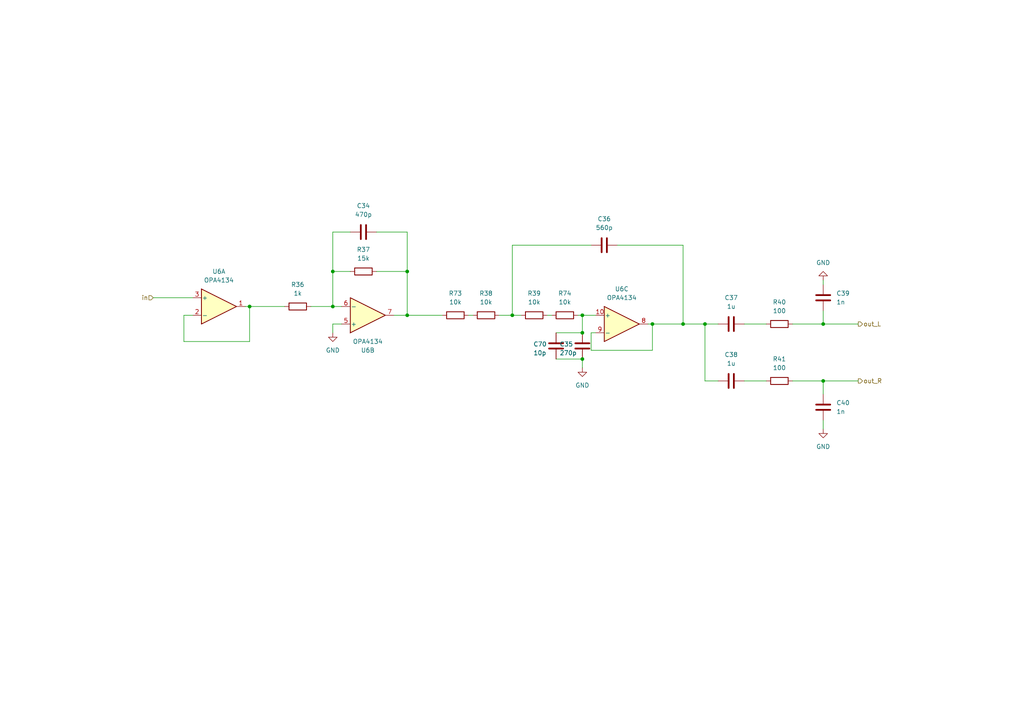
<source format=kicad_sch>
(kicad_sch
	(version 20250114)
	(generator "eeschema")
	(generator_version "9.0")
	(uuid "ed1bef23-753d-4300-ae5a-875ac3700e0e")
	(paper "A4")
	(lib_symbols
		(symbol "Amplifier_Operational:OPA4134"
			(pin_names
				(offset 0.127)
			)
			(exclude_from_sim no)
			(in_bom yes)
			(on_board yes)
			(property "Reference" "U"
				(at 0 5.08 0)
				(effects
					(font
						(size 1.27 1.27)
					)
					(justify left)
				)
			)
			(property "Value" "OPA4134"
				(at 0 -5.08 0)
				(effects
					(font
						(size 1.27 1.27)
					)
					(justify left)
				)
			)
			(property "Footprint" ""
				(at -1.27 2.54 0)
				(effects
					(font
						(size 1.27 1.27)
					)
					(hide yes)
				)
			)
			(property "Datasheet" "http://www.ti.com/lit/ds/symlink/opa134.pdf"
				(at 1.27 5.08 0)
				(effects
					(font
						(size 1.27 1.27)
					)
					(hide yes)
				)
			)
			(property "Description" "Quad SoundPlus High Performance Audio Operational Amplifiers, SOIC-14"
				(at 0 0 0)
				(effects
					(font
						(size 1.27 1.27)
					)
					(hide yes)
				)
			)
			(property "ki_locked" ""
				(at 0 0 0)
				(effects
					(font
						(size 1.27 1.27)
					)
				)
			)
			(property "ki_keywords" "quad opamp"
				(at 0 0 0)
				(effects
					(font
						(size 1.27 1.27)
					)
					(hide yes)
				)
			)
			(property "ki_fp_filters" "SOIC*3.9x8.7mm*P1.27mm* DIP*W7.62mm* TSSOP*4.4x5mm*P0.65mm* SSOP*5.3x6.2mm*P0.65mm* MSOP*3x3mm*P0.5mm*"
				(at 0 0 0)
				(effects
					(font
						(size 1.27 1.27)
					)
					(hide yes)
				)
			)
			(symbol "OPA4134_1_1"
				(polyline
					(pts
						(xy -5.08 5.08) (xy 5.08 0) (xy -5.08 -5.08) (xy -5.08 5.08)
					)
					(stroke
						(width 0.254)
						(type default)
					)
					(fill
						(type background)
					)
				)
				(pin input line
					(at -7.62 2.54 0)
					(length 2.54)
					(name "+"
						(effects
							(font
								(size 1.27 1.27)
							)
						)
					)
					(number "3"
						(effects
							(font
								(size 1.27 1.27)
							)
						)
					)
				)
				(pin input line
					(at -7.62 -2.54 0)
					(length 2.54)
					(name "-"
						(effects
							(font
								(size 1.27 1.27)
							)
						)
					)
					(number "2"
						(effects
							(font
								(size 1.27 1.27)
							)
						)
					)
				)
				(pin output line
					(at 7.62 0 180)
					(length 2.54)
					(name "~"
						(effects
							(font
								(size 1.27 1.27)
							)
						)
					)
					(number "1"
						(effects
							(font
								(size 1.27 1.27)
							)
						)
					)
				)
			)
			(symbol "OPA4134_2_1"
				(polyline
					(pts
						(xy -5.08 5.08) (xy 5.08 0) (xy -5.08 -5.08) (xy -5.08 5.08)
					)
					(stroke
						(width 0.254)
						(type default)
					)
					(fill
						(type background)
					)
				)
				(pin input line
					(at -7.62 2.54 0)
					(length 2.54)
					(name "+"
						(effects
							(font
								(size 1.27 1.27)
							)
						)
					)
					(number "5"
						(effects
							(font
								(size 1.27 1.27)
							)
						)
					)
				)
				(pin input line
					(at -7.62 -2.54 0)
					(length 2.54)
					(name "-"
						(effects
							(font
								(size 1.27 1.27)
							)
						)
					)
					(number "6"
						(effects
							(font
								(size 1.27 1.27)
							)
						)
					)
				)
				(pin output line
					(at 7.62 0 180)
					(length 2.54)
					(name "~"
						(effects
							(font
								(size 1.27 1.27)
							)
						)
					)
					(number "7"
						(effects
							(font
								(size 1.27 1.27)
							)
						)
					)
				)
			)
			(symbol "OPA4134_3_1"
				(polyline
					(pts
						(xy -5.08 5.08) (xy 5.08 0) (xy -5.08 -5.08) (xy -5.08 5.08)
					)
					(stroke
						(width 0.254)
						(type default)
					)
					(fill
						(type background)
					)
				)
				(pin input line
					(at -7.62 2.54 0)
					(length 2.54)
					(name "+"
						(effects
							(font
								(size 1.27 1.27)
							)
						)
					)
					(number "10"
						(effects
							(font
								(size 1.27 1.27)
							)
						)
					)
				)
				(pin input line
					(at -7.62 -2.54 0)
					(length 2.54)
					(name "-"
						(effects
							(font
								(size 1.27 1.27)
							)
						)
					)
					(number "9"
						(effects
							(font
								(size 1.27 1.27)
							)
						)
					)
				)
				(pin output line
					(at 7.62 0 180)
					(length 2.54)
					(name "~"
						(effects
							(font
								(size 1.27 1.27)
							)
						)
					)
					(number "8"
						(effects
							(font
								(size 1.27 1.27)
							)
						)
					)
				)
			)
			(symbol "OPA4134_4_1"
				(polyline
					(pts
						(xy -5.08 5.08) (xy 5.08 0) (xy -5.08 -5.08) (xy -5.08 5.08)
					)
					(stroke
						(width 0.254)
						(type default)
					)
					(fill
						(type background)
					)
				)
				(pin input line
					(at -7.62 2.54 0)
					(length 2.54)
					(name "+"
						(effects
							(font
								(size 1.27 1.27)
							)
						)
					)
					(number "12"
						(effects
							(font
								(size 1.27 1.27)
							)
						)
					)
				)
				(pin input line
					(at -7.62 -2.54 0)
					(length 2.54)
					(name "-"
						(effects
							(font
								(size 1.27 1.27)
							)
						)
					)
					(number "13"
						(effects
							(font
								(size 1.27 1.27)
							)
						)
					)
				)
				(pin output line
					(at 7.62 0 180)
					(length 2.54)
					(name "~"
						(effects
							(font
								(size 1.27 1.27)
							)
						)
					)
					(number "14"
						(effects
							(font
								(size 1.27 1.27)
							)
						)
					)
				)
			)
			(symbol "OPA4134_5_1"
				(pin power_in line
					(at -2.54 7.62 270)
					(length 3.81)
					(name "V+"
						(effects
							(font
								(size 1.27 1.27)
							)
						)
					)
					(number "4"
						(effects
							(font
								(size 1.27 1.27)
							)
						)
					)
				)
				(pin power_in line
					(at -2.54 -7.62 90)
					(length 3.81)
					(name "V-"
						(effects
							(font
								(size 1.27 1.27)
							)
						)
					)
					(number "11"
						(effects
							(font
								(size 1.27 1.27)
							)
						)
					)
				)
			)
			(embedded_fonts no)
		)
		(symbol "Device:C"
			(pin_numbers
				(hide yes)
			)
			(pin_names
				(offset 0.254)
			)
			(exclude_from_sim no)
			(in_bom yes)
			(on_board yes)
			(property "Reference" "C"
				(at 0.635 2.54 0)
				(effects
					(font
						(size 1.27 1.27)
					)
					(justify left)
				)
			)
			(property "Value" "C"
				(at 0.635 -2.54 0)
				(effects
					(font
						(size 1.27 1.27)
					)
					(justify left)
				)
			)
			(property "Footprint" ""
				(at 0.9652 -3.81 0)
				(effects
					(font
						(size 1.27 1.27)
					)
					(hide yes)
				)
			)
			(property "Datasheet" "~"
				(at 0 0 0)
				(effects
					(font
						(size 1.27 1.27)
					)
					(hide yes)
				)
			)
			(property "Description" "Unpolarized capacitor"
				(at 0 0 0)
				(effects
					(font
						(size 1.27 1.27)
					)
					(hide yes)
				)
			)
			(property "ki_keywords" "cap capacitor"
				(at 0 0 0)
				(effects
					(font
						(size 1.27 1.27)
					)
					(hide yes)
				)
			)
			(property "ki_fp_filters" "C_*"
				(at 0 0 0)
				(effects
					(font
						(size 1.27 1.27)
					)
					(hide yes)
				)
			)
			(symbol "C_0_1"
				(polyline
					(pts
						(xy -2.032 0.762) (xy 2.032 0.762)
					)
					(stroke
						(width 0.508)
						(type default)
					)
					(fill
						(type none)
					)
				)
				(polyline
					(pts
						(xy -2.032 -0.762) (xy 2.032 -0.762)
					)
					(stroke
						(width 0.508)
						(type default)
					)
					(fill
						(type none)
					)
				)
			)
			(symbol "C_1_1"
				(pin passive line
					(at 0 3.81 270)
					(length 2.794)
					(name "~"
						(effects
							(font
								(size 1.27 1.27)
							)
						)
					)
					(number "1"
						(effects
							(font
								(size 1.27 1.27)
							)
						)
					)
				)
				(pin passive line
					(at 0 -3.81 90)
					(length 2.794)
					(name "~"
						(effects
							(font
								(size 1.27 1.27)
							)
						)
					)
					(number "2"
						(effects
							(font
								(size 1.27 1.27)
							)
						)
					)
				)
			)
			(embedded_fonts no)
		)
		(symbol "Device:R"
			(pin_numbers
				(hide yes)
			)
			(pin_names
				(offset 0)
			)
			(exclude_from_sim no)
			(in_bom yes)
			(on_board yes)
			(property "Reference" "R"
				(at 2.032 0 90)
				(effects
					(font
						(size 1.27 1.27)
					)
				)
			)
			(property "Value" "R"
				(at 0 0 90)
				(effects
					(font
						(size 1.27 1.27)
					)
				)
			)
			(property "Footprint" ""
				(at -1.778 0 90)
				(effects
					(font
						(size 1.27 1.27)
					)
					(hide yes)
				)
			)
			(property "Datasheet" "~"
				(at 0 0 0)
				(effects
					(font
						(size 1.27 1.27)
					)
					(hide yes)
				)
			)
			(property "Description" "Resistor"
				(at 0 0 0)
				(effects
					(font
						(size 1.27 1.27)
					)
					(hide yes)
				)
			)
			(property "ki_keywords" "R res resistor"
				(at 0 0 0)
				(effects
					(font
						(size 1.27 1.27)
					)
					(hide yes)
				)
			)
			(property "ki_fp_filters" "R_*"
				(at 0 0 0)
				(effects
					(font
						(size 1.27 1.27)
					)
					(hide yes)
				)
			)
			(symbol "R_0_1"
				(rectangle
					(start -1.016 -2.54)
					(end 1.016 2.54)
					(stroke
						(width 0.254)
						(type default)
					)
					(fill
						(type none)
					)
				)
			)
			(symbol "R_1_1"
				(pin passive line
					(at 0 3.81 270)
					(length 1.27)
					(name "~"
						(effects
							(font
								(size 1.27 1.27)
							)
						)
					)
					(number "1"
						(effects
							(font
								(size 1.27 1.27)
							)
						)
					)
				)
				(pin passive line
					(at 0 -3.81 90)
					(length 1.27)
					(name "~"
						(effects
							(font
								(size 1.27 1.27)
							)
						)
					)
					(number "2"
						(effects
							(font
								(size 1.27 1.27)
							)
						)
					)
				)
			)
			(embedded_fonts no)
		)
		(symbol "power:GND"
			(power)
			(pin_numbers
				(hide yes)
			)
			(pin_names
				(offset 0)
				(hide yes)
			)
			(exclude_from_sim no)
			(in_bom yes)
			(on_board yes)
			(property "Reference" "#PWR"
				(at 0 -6.35 0)
				(effects
					(font
						(size 1.27 1.27)
					)
					(hide yes)
				)
			)
			(property "Value" "GND"
				(at 0 -3.81 0)
				(effects
					(font
						(size 1.27 1.27)
					)
				)
			)
			(property "Footprint" ""
				(at 0 0 0)
				(effects
					(font
						(size 1.27 1.27)
					)
					(hide yes)
				)
			)
			(property "Datasheet" ""
				(at 0 0 0)
				(effects
					(font
						(size 1.27 1.27)
					)
					(hide yes)
				)
			)
			(property "Description" "Power symbol creates a global label with name \"GND\" , ground"
				(at 0 0 0)
				(effects
					(font
						(size 1.27 1.27)
					)
					(hide yes)
				)
			)
			(property "ki_keywords" "global power"
				(at 0 0 0)
				(effects
					(font
						(size 1.27 1.27)
					)
					(hide yes)
				)
			)
			(symbol "GND_0_1"
				(polyline
					(pts
						(xy 0 0) (xy 0 -1.27) (xy 1.27 -1.27) (xy 0 -2.54) (xy -1.27 -1.27) (xy 0 -1.27)
					)
					(stroke
						(width 0)
						(type default)
					)
					(fill
						(type none)
					)
				)
			)
			(symbol "GND_1_1"
				(pin power_in line
					(at 0 0 270)
					(length 0)
					(name "~"
						(effects
							(font
								(size 1.27 1.27)
							)
						)
					)
					(number "1"
						(effects
							(font
								(size 1.27 1.27)
							)
						)
					)
				)
			)
			(embedded_fonts no)
		)
	)
	(junction
		(at 118.11 78.74)
		(diameter 0)
		(color 0 0 0 0)
		(uuid "0bfd6503-5f61-484f-a179-7d5d7fbffd79")
	)
	(junction
		(at 204.47 93.98)
		(diameter 0)
		(color 0 0 0 0)
		(uuid "0dcb37e4-5473-483f-9adb-49476f691b4a")
	)
	(junction
		(at 168.91 91.44)
		(diameter 0)
		(color 0 0 0 0)
		(uuid "248bc488-f4d8-4bd2-85e0-08c2c70e3628")
	)
	(junction
		(at 198.12 93.98)
		(diameter 0)
		(color 0 0 0 0)
		(uuid "37304864-1f56-40f5-b60d-c5e8ec3a8492")
	)
	(junction
		(at 189.23 93.98)
		(diameter 0)
		(color 0 0 0 0)
		(uuid "5a0646ed-e959-4017-9d5d-f377e557c261")
	)
	(junction
		(at 238.76 110.49)
		(diameter 0)
		(color 0 0 0 0)
		(uuid "5d533634-e1ab-437e-8631-be06a7cc9bc6")
	)
	(junction
		(at 96.52 88.9)
		(diameter 0)
		(color 0 0 0 0)
		(uuid "93d895f4-2667-4bd8-a49f-665c4b3dde14")
	)
	(junction
		(at 168.91 104.14)
		(diameter 0)
		(color 0 0 0 0)
		(uuid "9ac3cb90-acb1-4ddb-b434-36af052d559b")
	)
	(junction
		(at 168.91 96.52)
		(diameter 0)
		(color 0 0 0 0)
		(uuid "b41ff5d2-30e5-4969-9b62-b0e8fa200713")
	)
	(junction
		(at 148.59 91.44)
		(diameter 0)
		(color 0 0 0 0)
		(uuid "b6e36d6e-2e37-4690-8f33-1981cef78838")
	)
	(junction
		(at 118.11 91.44)
		(diameter 0)
		(color 0 0 0 0)
		(uuid "ddfdaa6c-9f20-4b65-96de-36a0eb9a627b")
	)
	(junction
		(at 238.76 93.98)
		(diameter 0)
		(color 0 0 0 0)
		(uuid "dea71f80-b377-49f7-aece-be7accf59818")
	)
	(junction
		(at 72.39 88.9)
		(diameter 0)
		(color 0 0 0 0)
		(uuid "e69176e9-fd46-49eb-9e09-91b6e5b06b1c")
	)
	(junction
		(at 96.52 78.74)
		(diameter 0)
		(color 0 0 0 0)
		(uuid "f538f19c-26eb-486c-a40b-2c4c90739ceb")
	)
	(wire
		(pts
			(xy 168.91 104.14) (xy 168.91 106.68)
		)
		(stroke
			(width 0)
			(type default)
		)
		(uuid "0586f8bc-c43a-43a2-80b7-9d6c8363e3f8")
	)
	(wire
		(pts
			(xy 238.76 110.49) (xy 238.76 114.3)
		)
		(stroke
			(width 0)
			(type default)
		)
		(uuid "0dd44d6e-dcb7-46fd-bf83-f17750991110")
	)
	(wire
		(pts
			(xy 229.87 93.98) (xy 238.76 93.98)
		)
		(stroke
			(width 0)
			(type default)
		)
		(uuid "122104a4-ef67-4866-8c4b-9a6da04d9f27")
	)
	(wire
		(pts
			(xy 161.29 104.14) (xy 168.91 104.14)
		)
		(stroke
			(width 0)
			(type default)
		)
		(uuid "134cbedd-b6ba-44b6-a103-283cbad6a818")
	)
	(wire
		(pts
			(xy 53.34 99.06) (xy 72.39 99.06)
		)
		(stroke
			(width 0)
			(type default)
		)
		(uuid "20d1fcb7-3132-48ad-8401-ce1666803fef")
	)
	(wire
		(pts
			(xy 179.07 71.12) (xy 198.12 71.12)
		)
		(stroke
			(width 0)
			(type default)
		)
		(uuid "269e7b0f-22bb-4f11-be93-75f014a0e4fd")
	)
	(wire
		(pts
			(xy 238.76 121.92) (xy 238.76 124.46)
		)
		(stroke
			(width 0)
			(type default)
		)
		(uuid "2d5f9379-7f47-4fa5-b395-74d0ac1f995e")
	)
	(wire
		(pts
			(xy 238.76 90.17) (xy 238.76 93.98)
		)
		(stroke
			(width 0)
			(type default)
		)
		(uuid "329e18d4-1d80-4047-8d44-279350a08f2d")
	)
	(wire
		(pts
			(xy 189.23 93.98) (xy 187.96 93.98)
		)
		(stroke
			(width 0)
			(type default)
		)
		(uuid "38016f02-f7d0-4a57-9ff3-ab585e8851ae")
	)
	(wire
		(pts
			(xy 96.52 93.98) (xy 99.06 93.98)
		)
		(stroke
			(width 0)
			(type default)
		)
		(uuid "3a4d4cb3-a1c6-4bc9-ad12-c76778271e0f")
	)
	(wire
		(pts
			(xy 238.76 93.98) (xy 248.92 93.98)
		)
		(stroke
			(width 0)
			(type default)
		)
		(uuid "3d50aed4-3b65-4e49-b702-c031747ce9df")
	)
	(wire
		(pts
			(xy 189.23 101.6) (xy 189.23 93.98)
		)
		(stroke
			(width 0)
			(type default)
		)
		(uuid "430ece01-396f-48c4-866c-8322559a9731")
	)
	(wire
		(pts
			(xy 198.12 71.12) (xy 198.12 93.98)
		)
		(stroke
			(width 0)
			(type default)
		)
		(uuid "48713f43-4bb7-44f3-82ac-b4ad40f4b990")
	)
	(wire
		(pts
			(xy 148.59 91.44) (xy 151.13 91.44)
		)
		(stroke
			(width 0)
			(type default)
		)
		(uuid "5077b73c-1922-4907-9b05-2dbb6ad9d970")
	)
	(wire
		(pts
			(xy 208.28 110.49) (xy 204.47 110.49)
		)
		(stroke
			(width 0)
			(type default)
		)
		(uuid "53d4d691-a7fb-4715-a83d-029bf98bb08c")
	)
	(wire
		(pts
			(xy 172.72 96.52) (xy 171.45 96.52)
		)
		(stroke
			(width 0)
			(type default)
		)
		(uuid "56a05ce4-2977-49b6-879b-f505f25cb059")
	)
	(wire
		(pts
			(xy 118.11 67.31) (xy 118.11 78.74)
		)
		(stroke
			(width 0)
			(type default)
		)
		(uuid "5798e120-98cc-4bbd-ac5e-6b5b8fa10c45")
	)
	(wire
		(pts
			(xy 171.45 71.12) (xy 148.59 71.12)
		)
		(stroke
			(width 0)
			(type default)
		)
		(uuid "58e68df1-8cc2-45f3-a3e8-20baedff8e8b")
	)
	(wire
		(pts
			(xy 96.52 88.9) (xy 99.06 88.9)
		)
		(stroke
			(width 0)
			(type default)
		)
		(uuid "5e30eec8-331e-423c-b970-792c606972ef")
	)
	(wire
		(pts
			(xy 215.9 93.98) (xy 222.25 93.98)
		)
		(stroke
			(width 0)
			(type default)
		)
		(uuid "66ad2843-a255-4894-976c-b551f637e3de")
	)
	(wire
		(pts
			(xy 118.11 91.44) (xy 128.27 91.44)
		)
		(stroke
			(width 0)
			(type default)
		)
		(uuid "68aaed1a-930f-460b-bcd4-5012bcecfd38")
	)
	(wire
		(pts
			(xy 96.52 88.9) (xy 96.52 78.74)
		)
		(stroke
			(width 0)
			(type default)
		)
		(uuid "699d8fc2-b520-439e-8a29-a4dc9a21b80d")
	)
	(wire
		(pts
			(xy 148.59 71.12) (xy 148.59 91.44)
		)
		(stroke
			(width 0)
			(type default)
		)
		(uuid "6cc62047-3ee3-455a-bc1a-5c6d347e7684")
	)
	(wire
		(pts
			(xy 53.34 91.44) (xy 53.34 99.06)
		)
		(stroke
			(width 0)
			(type default)
		)
		(uuid "6d3d559d-f4f6-479f-abf3-bea5ca12c080")
	)
	(wire
		(pts
			(xy 96.52 78.74) (xy 96.52 67.31)
		)
		(stroke
			(width 0)
			(type default)
		)
		(uuid "740ffc6c-20e0-49fc-a02a-08566686ebf8")
	)
	(wire
		(pts
			(xy 118.11 78.74) (xy 118.11 91.44)
		)
		(stroke
			(width 0)
			(type default)
		)
		(uuid "78709778-327d-4986-9dcf-25d2b1777536")
	)
	(wire
		(pts
			(xy 167.64 91.44) (xy 168.91 91.44)
		)
		(stroke
			(width 0)
			(type default)
		)
		(uuid "7a45947b-9295-47b9-9cdb-08b282f48cf2")
	)
	(wire
		(pts
			(xy 96.52 67.31) (xy 101.6 67.31)
		)
		(stroke
			(width 0)
			(type default)
		)
		(uuid "81a6a69a-f920-41cb-9e44-1ba28dc05d5e")
	)
	(wire
		(pts
			(xy 161.29 96.52) (xy 168.91 96.52)
		)
		(stroke
			(width 0)
			(type default)
		)
		(uuid "85d45414-4c18-4e9d-8475-7cc664f56c02")
	)
	(wire
		(pts
			(xy 109.22 67.31) (xy 118.11 67.31)
		)
		(stroke
			(width 0)
			(type default)
		)
		(uuid "887f5053-e9d4-4d83-aac0-08f84fdd8760")
	)
	(wire
		(pts
			(xy 204.47 110.49) (xy 204.47 93.98)
		)
		(stroke
			(width 0)
			(type default)
		)
		(uuid "8b4bd927-3d88-4be7-8d26-289dbf89875f")
	)
	(wire
		(pts
			(xy 90.17 88.9) (xy 96.52 88.9)
		)
		(stroke
			(width 0)
			(type default)
		)
		(uuid "8f57596a-9bd4-4c15-b087-998ca87baae2")
	)
	(wire
		(pts
			(xy 144.78 91.44) (xy 148.59 91.44)
		)
		(stroke
			(width 0)
			(type default)
		)
		(uuid "9470fca3-c7b9-4659-81f0-a27dd29c2c01")
	)
	(wire
		(pts
			(xy 96.52 78.74) (xy 101.6 78.74)
		)
		(stroke
			(width 0)
			(type default)
		)
		(uuid "a0393313-e2f5-43de-bd0e-a0b6b01edd85")
	)
	(wire
		(pts
			(xy 71.12 88.9) (xy 72.39 88.9)
		)
		(stroke
			(width 0)
			(type default)
		)
		(uuid "a3caf3a0-1547-4071-a04e-17c8cdc34729")
	)
	(wire
		(pts
			(xy 168.91 91.44) (xy 172.72 91.44)
		)
		(stroke
			(width 0)
			(type default)
		)
		(uuid "a531bf79-3e8e-4ede-87d8-87da794f03f4")
	)
	(wire
		(pts
			(xy 171.45 96.52) (xy 171.45 101.6)
		)
		(stroke
			(width 0)
			(type default)
		)
		(uuid "a7c91cd3-3e91-4792-b235-6311aadc42bb")
	)
	(wire
		(pts
			(xy 238.76 110.49) (xy 248.92 110.49)
		)
		(stroke
			(width 0)
			(type default)
		)
		(uuid "af4e1730-fd42-40be-aa4b-9cf198da002a")
	)
	(wire
		(pts
			(xy 109.22 78.74) (xy 118.11 78.74)
		)
		(stroke
			(width 0)
			(type default)
		)
		(uuid "afffd086-f824-4b54-97f2-0d64b06dee6b")
	)
	(wire
		(pts
			(xy 229.87 110.49) (xy 238.76 110.49)
		)
		(stroke
			(width 0)
			(type default)
		)
		(uuid "b6d8e8d7-8cfe-4d4e-8c7b-ae1fc69a0d54")
	)
	(wire
		(pts
			(xy 96.52 96.52) (xy 96.52 93.98)
		)
		(stroke
			(width 0)
			(type default)
		)
		(uuid "bc1588b2-61c3-4b96-a386-03af99c6efdb")
	)
	(wire
		(pts
			(xy 204.47 93.98) (xy 208.28 93.98)
		)
		(stroke
			(width 0)
			(type default)
		)
		(uuid "c3b771f5-af03-43f5-ae49-0f715317fc9a")
	)
	(wire
		(pts
			(xy 55.88 91.44) (xy 53.34 91.44)
		)
		(stroke
			(width 0)
			(type default)
		)
		(uuid "c572a592-d3f6-40b3-977d-38e78e34fb12")
	)
	(wire
		(pts
			(xy 158.75 91.44) (xy 160.02 91.44)
		)
		(stroke
			(width 0)
			(type default)
		)
		(uuid "c94dfad3-d751-4016-9418-a22ffc8f1247")
	)
	(wire
		(pts
			(xy 238.76 81.28) (xy 238.76 82.55)
		)
		(stroke
			(width 0)
			(type default)
		)
		(uuid "d442020b-4a94-4ac9-a1be-c39f52038fdd")
	)
	(wire
		(pts
			(xy 72.39 88.9) (xy 82.55 88.9)
		)
		(stroke
			(width 0)
			(type default)
		)
		(uuid "d4d74ae2-dc6c-402b-b936-4333be796c11")
	)
	(wire
		(pts
			(xy 135.89 91.44) (xy 137.16 91.44)
		)
		(stroke
			(width 0)
			(type default)
		)
		(uuid "db08f40a-10f2-4c4e-8995-3dfe639a277f")
	)
	(wire
		(pts
			(xy 168.91 91.44) (xy 168.91 96.52)
		)
		(stroke
			(width 0)
			(type default)
		)
		(uuid "e0834302-661a-416b-a5d1-63ad91d6a59e")
	)
	(wire
		(pts
			(xy 44.45 86.36) (xy 55.88 86.36)
		)
		(stroke
			(width 0)
			(type default)
		)
		(uuid "e1256fea-0f46-4f9d-851d-aff8e915dc5b")
	)
	(wire
		(pts
			(xy 171.45 101.6) (xy 189.23 101.6)
		)
		(stroke
			(width 0)
			(type default)
		)
		(uuid "e3f61959-6799-42c6-ac16-e3fca2569063")
	)
	(wire
		(pts
			(xy 215.9 110.49) (xy 222.25 110.49)
		)
		(stroke
			(width 0)
			(type default)
		)
		(uuid "e403fc78-a5f8-4490-b1fb-b77129cb44f8")
	)
	(wire
		(pts
			(xy 72.39 99.06) (xy 72.39 88.9)
		)
		(stroke
			(width 0)
			(type default)
		)
		(uuid "ecdac332-d86f-4b3c-8bf0-b4ee6558b749")
	)
	(wire
		(pts
			(xy 198.12 93.98) (xy 204.47 93.98)
		)
		(stroke
			(width 0)
			(type default)
		)
		(uuid "ede762ca-13c6-40ab-bbef-0616daed2b48")
	)
	(wire
		(pts
			(xy 198.12 93.98) (xy 189.23 93.98)
		)
		(stroke
			(width 0)
			(type default)
		)
		(uuid "edfa083f-7ae8-4ae1-9985-6f51c1d90775")
	)
	(wire
		(pts
			(xy 118.11 91.44) (xy 114.3 91.44)
		)
		(stroke
			(width 0)
			(type default)
		)
		(uuid "f2d55a9a-c778-4ce9-ab78-0c8e372f6641")
	)
	(hierarchical_label "in"
		(shape input)
		(at 44.45 86.36 180)
		(effects
			(font
				(size 1.27 1.27)
			)
			(justify right)
		)
		(uuid "ab2f865b-8b2b-4728-a14b-0ddffeef3024")
	)
	(hierarchical_label "out_R"
		(shape output)
		(at 248.92 110.49 0)
		(effects
			(font
				(size 1.27 1.27)
			)
			(justify left)
		)
		(uuid "b669bcb7-4cd0-4049-8c92-a9953773b31b")
	)
	(hierarchical_label "out_L"
		(shape output)
		(at 248.92 93.98 0)
		(effects
			(font
				(size 1.27 1.27)
			)
			(justify left)
		)
		(uuid "cb61a694-0f5c-42a6-b61b-33a49bd42f85")
	)
	(symbol
		(lib_id "Device:R")
		(at 86.36 88.9 90)
		(unit 1)
		(exclude_from_sim no)
		(in_bom yes)
		(on_board yes)
		(dnp no)
		(fields_autoplaced yes)
		(uuid "012e9f1b-bf66-4534-9bb1-6afb419f8cbd")
		(property "Reference" "R36"
			(at 86.36 82.55 90)
			(effects
				(font
					(size 1.27 1.27)
				)
			)
		)
		(property "Value" "1k"
			(at 86.36 85.09 90)
			(effects
				(font
					(size 1.27 1.27)
				)
			)
		)
		(property "Footprint" "Resistor_SMD:R_0603_1608Metric_Pad0.98x0.95mm_HandSolder"
			(at 86.36 90.678 90)
			(effects
				(font
					(size 1.27 1.27)
				)
				(hide yes)
			)
		)
		(property "Datasheet" "~"
			(at 86.36 88.9 0)
			(effects
				(font
					(size 1.27 1.27)
				)
				(hide yes)
			)
		)
		(property "Description" "Resistor"
			(at 86.36 88.9 0)
			(effects
				(font
					(size 1.27 1.27)
				)
				(hide yes)
			)
		)
		(pin "2"
			(uuid "7324c520-d594-4ec5-a622-10d17e0d9c16")
		)
		(pin "1"
			(uuid "c873b659-400f-41c3-a212-761918586fc3")
		)
		(instances
			(project ""
				(path "/b77251ff-4eed-421f-8c84-983bb16b8e4c/3de8d587-ab61-418a-a618-c771618873d3"
					(reference "R36")
					(unit 1)
				)
			)
		)
	)
	(symbol
		(lib_id "Amplifier_Operational:OPA4134")
		(at 63.5 88.9 0)
		(unit 1)
		(exclude_from_sim no)
		(in_bom yes)
		(on_board yes)
		(dnp no)
		(fields_autoplaced yes)
		(uuid "0c9c754c-b9fa-4f60-9e12-382a97fdc4ba")
		(property "Reference" "U6"
			(at 63.5 78.74 0)
			(effects
				(font
					(size 1.27 1.27)
				)
			)
		)
		(property "Value" "OPA4134"
			(at 63.5 81.28 0)
			(effects
				(font
					(size 1.27 1.27)
				)
			)
		)
		(property "Footprint" "Package_SO:SOIC-14_3.9x8.7mm_P1.27mm"
			(at 62.23 86.36 0)
			(effects
				(font
					(size 1.27 1.27)
				)
				(hide yes)
			)
		)
		(property "Datasheet" "http://www.ti.com/lit/ds/symlink/opa134.pdf"
			(at 64.77 83.82 0)
			(effects
				(font
					(size 1.27 1.27)
				)
				(hide yes)
			)
		)
		(property "Description" "Quad SoundPlus High Performance Audio Operational Amplifiers, SOIC-14"
			(at 63.5 88.9 0)
			(effects
				(font
					(size 1.27 1.27)
				)
				(hide yes)
			)
		)
		(pin "12"
			(uuid "ccd5ef0a-e24b-4a6d-b92d-85235da1236d")
		)
		(pin "2"
			(uuid "e73c56e9-5451-4103-a412-df5811d354a3")
		)
		(pin "6"
			(uuid "ed70149e-53b3-4fd0-a263-4ec1f5491250")
		)
		(pin "8"
			(uuid "6a2be391-a416-4d68-ad5f-be4c162b7dc1")
		)
		(pin "13"
			(uuid "019451f1-3e24-48e9-9f50-9661a5799772")
		)
		(pin "14"
			(uuid "50236388-6e82-48fd-9bbe-d971a01a1a1a")
		)
		(pin "11"
			(uuid "1c614554-9c4d-4652-86a2-6d2d5056b609")
		)
		(pin "3"
			(uuid "077758c9-f13e-4fa7-8396-cfa8b5f6ad14")
		)
		(pin "5"
			(uuid "a6566a71-1616-4912-ad63-1af2496aa2f8")
		)
		(pin "1"
			(uuid "662bd7c9-7873-48df-b80f-528d74044eea")
		)
		(pin "10"
			(uuid "de25b1a5-4026-4a5f-9759-a33dbbeef94a")
		)
		(pin "9"
			(uuid "2e23076c-aea5-475f-ba7f-460f7b50bb41")
		)
		(pin "4"
			(uuid "93ad66e8-b9aa-4564-9067-f1bc1360d755")
		)
		(pin "7"
			(uuid "46d94263-fb59-46a8-808a-599e32a31e81")
		)
		(instances
			(project ""
				(path "/b77251ff-4eed-421f-8c84-983bb16b8e4c/3de8d587-ab61-418a-a618-c771618873d3"
					(reference "U6")
					(unit 1)
				)
			)
		)
	)
	(symbol
		(lib_id "Device:C")
		(at 238.76 118.11 180)
		(unit 1)
		(exclude_from_sim no)
		(in_bom yes)
		(on_board yes)
		(dnp no)
		(fields_autoplaced yes)
		(uuid "1a333e75-29e5-4476-b159-bed959443a5e")
		(property "Reference" "C40"
			(at 242.57 116.8399 0)
			(effects
				(font
					(size 1.27 1.27)
				)
				(justify right)
			)
		)
		(property "Value" "1n"
			(at 242.57 119.3799 0)
			(effects
				(font
					(size 1.27 1.27)
				)
				(justify right)
			)
		)
		(property "Footprint" "Capacitor_SMD:C_0402_1005Metric_Pad0.74x0.62mm_HandSolder"
			(at 237.7948 114.3 0)
			(effects
				(font
					(size 1.27 1.27)
				)
				(hide yes)
			)
		)
		(property "Datasheet" "~"
			(at 238.76 118.11 0)
			(effects
				(font
					(size 1.27 1.27)
				)
				(hide yes)
			)
		)
		(property "Description" "Unpolarized capacitor"
			(at 238.76 118.11 0)
			(effects
				(font
					(size 1.27 1.27)
				)
				(hide yes)
			)
		)
		(pin "1"
			(uuid "3e3121fd-e665-46c2-885f-5ee7382850b8")
		)
		(pin "2"
			(uuid "7007c525-a1e2-4a72-a884-20b12076ab80")
		)
		(instances
			(project ""
				(path "/b77251ff-4eed-421f-8c84-983bb16b8e4c/3de8d587-ab61-418a-a618-c771618873d3"
					(reference "C40")
					(unit 1)
				)
			)
		)
	)
	(symbol
		(lib_id "Device:C")
		(at 161.29 100.33 0)
		(unit 1)
		(exclude_from_sim no)
		(in_bom yes)
		(on_board yes)
		(dnp no)
		(uuid "243f75b0-c150-44e2-b613-5786d71a7fbf")
		(property "Reference" "C70"
			(at 154.686 99.822 0)
			(effects
				(font
					(size 1.27 1.27)
				)
				(justify left)
			)
		)
		(property "Value" "10p"
			(at 154.686 102.362 0)
			(effects
				(font
					(size 1.27 1.27)
				)
				(justify left)
			)
		)
		(property "Footprint" "Capacitor_SMD:C_0603_1608Metric_Pad1.08x0.95mm_HandSolder"
			(at 162.2552 104.14 0)
			(effects
				(font
					(size 1.27 1.27)
				)
				(hide yes)
			)
		)
		(property "Datasheet" "~"
			(at 161.29 100.33 0)
			(effects
				(font
					(size 1.27 1.27)
				)
				(hide yes)
			)
		)
		(property "Description" "Unpolarized capacitor"
			(at 161.29 100.33 0)
			(effects
				(font
					(size 1.27 1.27)
				)
				(hide yes)
			)
		)
		(pin "2"
			(uuid "efd91e22-9c00-441f-b4c5-9d1525c28ba6")
		)
		(pin "1"
			(uuid "32900a87-2356-4109-9211-dae487625eac")
		)
		(instances
			(project "guitar_interface"
				(path "/b77251ff-4eed-421f-8c84-983bb16b8e4c/3de8d587-ab61-418a-a618-c771618873d3"
					(reference "C70")
					(unit 1)
				)
			)
		)
	)
	(symbol
		(lib_id "power:GND")
		(at 96.52 96.52 0)
		(unit 1)
		(exclude_from_sim no)
		(in_bom yes)
		(on_board yes)
		(dnp no)
		(fields_autoplaced yes)
		(uuid "26e998b3-6262-4401-b1a1-3dc8a878d93d")
		(property "Reference" "#PWR048"
			(at 96.52 102.87 0)
			(effects
				(font
					(size 1.27 1.27)
				)
				(hide yes)
			)
		)
		(property "Value" "GND"
			(at 96.52 101.6 0)
			(effects
				(font
					(size 1.27 1.27)
				)
			)
		)
		(property "Footprint" ""
			(at 96.52 96.52 0)
			(effects
				(font
					(size 1.27 1.27)
				)
				(hide yes)
			)
		)
		(property "Datasheet" ""
			(at 96.52 96.52 0)
			(effects
				(font
					(size 1.27 1.27)
				)
				(hide yes)
			)
		)
		(property "Description" "Power symbol creates a global label with name \"GND\" , ground"
			(at 96.52 96.52 0)
			(effects
				(font
					(size 1.27 1.27)
				)
				(hide yes)
			)
		)
		(pin "1"
			(uuid "3bb2fb62-cca6-4880-8349-617ea6eaad1b")
		)
		(instances
			(project ""
				(path "/b77251ff-4eed-421f-8c84-983bb16b8e4c/3de8d587-ab61-418a-a618-c771618873d3"
					(reference "#PWR048")
					(unit 1)
				)
			)
		)
	)
	(symbol
		(lib_id "Device:C")
		(at 105.41 67.31 90)
		(unit 1)
		(exclude_from_sim no)
		(in_bom yes)
		(on_board yes)
		(dnp no)
		(fields_autoplaced yes)
		(uuid "2fe04493-a3ac-42a2-9a9f-cfc7cfb6b9d4")
		(property "Reference" "C34"
			(at 105.41 59.69 90)
			(effects
				(font
					(size 1.27 1.27)
				)
			)
		)
		(property "Value" "470p"
			(at 105.41 62.23 90)
			(effects
				(font
					(size 1.27 1.27)
				)
			)
		)
		(property "Footprint" "Capacitor_SMD:C_0603_1608Metric_Pad1.08x0.95mm_HandSolder"
			(at 109.22 66.3448 0)
			(effects
				(font
					(size 1.27 1.27)
				)
				(hide yes)
			)
		)
		(property "Datasheet" "~"
			(at 105.41 67.31 0)
			(effects
				(font
					(size 1.27 1.27)
				)
				(hide yes)
			)
		)
		(property "Description" "Unpolarized capacitor"
			(at 105.41 67.31 0)
			(effects
				(font
					(size 1.27 1.27)
				)
				(hide yes)
			)
		)
		(pin "2"
			(uuid "6fd16820-0629-411c-a64a-ab14cd174163")
		)
		(pin "1"
			(uuid "5dd33e04-7bb5-40b1-a78a-3dc37f7949cf")
		)
		(instances
			(project ""
				(path "/b77251ff-4eed-421f-8c84-983bb16b8e4c/3de8d587-ab61-418a-a618-c771618873d3"
					(reference "C34")
					(unit 1)
				)
			)
		)
	)
	(symbol
		(lib_id "Amplifier_Operational:OPA4134")
		(at 180.34 93.98 0)
		(unit 3)
		(exclude_from_sim no)
		(in_bom yes)
		(on_board yes)
		(dnp no)
		(fields_autoplaced yes)
		(uuid "3c59041a-65b5-48f7-a619-662c141c743e")
		(property "Reference" "U6"
			(at 180.34 83.82 0)
			(effects
				(font
					(size 1.27 1.27)
				)
			)
		)
		(property "Value" "OPA4134"
			(at 180.34 86.36 0)
			(effects
				(font
					(size 1.27 1.27)
				)
			)
		)
		(property "Footprint" "Package_SO:SOIC-14_3.9x8.7mm_P1.27mm"
			(at 179.07 91.44 0)
			(effects
				(font
					(size 1.27 1.27)
				)
				(hide yes)
			)
		)
		(property "Datasheet" "http://www.ti.com/lit/ds/symlink/opa134.pdf"
			(at 181.61 88.9 0)
			(effects
				(font
					(size 1.27 1.27)
				)
				(hide yes)
			)
		)
		(property "Description" "Quad SoundPlus High Performance Audio Operational Amplifiers, SOIC-14"
			(at 180.34 93.98 0)
			(effects
				(font
					(size 1.27 1.27)
				)
				(hide yes)
			)
		)
		(pin "12"
			(uuid "ccd5ef0a-e24b-4a6d-b92d-85235da1236e")
		)
		(pin "2"
			(uuid "e73c56e9-5451-4103-a412-df5811d354a4")
		)
		(pin "6"
			(uuid "ed70149e-53b3-4fd0-a263-4ec1f5491251")
		)
		(pin "8"
			(uuid "6a2be391-a416-4d68-ad5f-be4c162b7dc2")
		)
		(pin "13"
			(uuid "019451f1-3e24-48e9-9f50-9661a5799773")
		)
		(pin "14"
			(uuid "50236388-6e82-48fd-9bbe-d971a01a1a1b")
		)
		(pin "11"
			(uuid "1c614554-9c4d-4652-86a2-6d2d5056b60a")
		)
		(pin "3"
			(uuid "077758c9-f13e-4fa7-8396-cfa8b5f6ad15")
		)
		(pin "5"
			(uuid "a6566a71-1616-4912-ad63-1af2496aa2f9")
		)
		(pin "1"
			(uuid "662bd7c9-7873-48df-b80f-528d74044eeb")
		)
		(pin "10"
			(uuid "de25b1a5-4026-4a5f-9759-a33dbbeef94b")
		)
		(pin "9"
			(uuid "2e23076c-aea5-475f-ba7f-460f7b50bb42")
		)
		(pin "4"
			(uuid "93ad66e8-b9aa-4564-9067-f1bc1360d756")
		)
		(pin "7"
			(uuid "46d94263-fb59-46a8-808a-599e32a31e82")
		)
		(instances
			(project ""
				(path "/b77251ff-4eed-421f-8c84-983bb16b8e4c/3de8d587-ab61-418a-a618-c771618873d3"
					(reference "U6")
					(unit 3)
				)
			)
		)
	)
	(symbol
		(lib_id "Device:C")
		(at 212.09 110.49 90)
		(unit 1)
		(exclude_from_sim no)
		(in_bom yes)
		(on_board yes)
		(dnp no)
		(fields_autoplaced yes)
		(uuid "56325579-8cf3-42bd-bc85-cdeb7d8496d9")
		(property "Reference" "C38"
			(at 212.09 102.87 90)
			(effects
				(font
					(size 1.27 1.27)
				)
			)
		)
		(property "Value" "1u"
			(at 212.09 105.41 90)
			(effects
				(font
					(size 1.27 1.27)
				)
			)
		)
		(property "Footprint" "Capacitor_SMD:C_0603_1608Metric_Pad1.08x0.95mm_HandSolder"
			(at 215.9 109.5248 0)
			(effects
				(font
					(size 1.27 1.27)
				)
				(hide yes)
			)
		)
		(property "Datasheet" "~"
			(at 212.09 110.49 0)
			(effects
				(font
					(size 1.27 1.27)
				)
				(hide yes)
			)
		)
		(property "Description" "Unpolarized capacitor"
			(at 212.09 110.49 0)
			(effects
				(font
					(size 1.27 1.27)
				)
				(hide yes)
			)
		)
		(pin "1"
			(uuid "3e3121fd-e665-46c2-885f-5ee7382850b9")
		)
		(pin "2"
			(uuid "7007c525-a1e2-4a72-a884-20b12076ab81")
		)
		(instances
			(project ""
				(path "/b77251ff-4eed-421f-8c84-983bb16b8e4c/3de8d587-ab61-418a-a618-c771618873d3"
					(reference "C38")
					(unit 1)
				)
			)
		)
	)
	(symbol
		(lib_id "Amplifier_Operational:OPA4134")
		(at 106.68 91.44 0)
		(mirror x)
		(unit 2)
		(exclude_from_sim no)
		(in_bom yes)
		(on_board yes)
		(dnp no)
		(uuid "5c487aa7-3e5b-447c-bf1b-821fbc376830")
		(property "Reference" "U6"
			(at 106.68 101.6 0)
			(effects
				(font
					(size 1.27 1.27)
				)
			)
		)
		(property "Value" "OPA4134"
			(at 106.68 99.06 0)
			(effects
				(font
					(size 1.27 1.27)
				)
			)
		)
		(property "Footprint" "Package_SO:SOIC-14_3.9x8.7mm_P1.27mm"
			(at 105.41 93.98 0)
			(effects
				(font
					(size 1.27 1.27)
				)
				(hide yes)
			)
		)
		(property "Datasheet" "http://www.ti.com/lit/ds/symlink/opa134.pdf"
			(at 107.95 96.52 0)
			(effects
				(font
					(size 1.27 1.27)
				)
				(hide yes)
			)
		)
		(property "Description" "Quad SoundPlus High Performance Audio Operational Amplifiers, SOIC-14"
			(at 106.68 91.44 0)
			(effects
				(font
					(size 1.27 1.27)
				)
				(hide yes)
			)
		)
		(pin "12"
			(uuid "ccd5ef0a-e24b-4a6d-b92d-85235da1236f")
		)
		(pin "2"
			(uuid "e73c56e9-5451-4103-a412-df5811d354a5")
		)
		(pin "6"
			(uuid "ed70149e-53b3-4fd0-a263-4ec1f5491252")
		)
		(pin "8"
			(uuid "6a2be391-a416-4d68-ad5f-be4c162b7dc3")
		)
		(pin "13"
			(uuid "019451f1-3e24-48e9-9f50-9661a5799774")
		)
		(pin "14"
			(uuid "50236388-6e82-48fd-9bbe-d971a01a1a1c")
		)
		(pin "11"
			(uuid "1c614554-9c4d-4652-86a2-6d2d5056b60b")
		)
		(pin "3"
			(uuid "077758c9-f13e-4fa7-8396-cfa8b5f6ad16")
		)
		(pin "5"
			(uuid "a6566a71-1616-4912-ad63-1af2496aa2fa")
		)
		(pin "1"
			(uuid "662bd7c9-7873-48df-b80f-528d74044eec")
		)
		(pin "10"
			(uuid "de25b1a5-4026-4a5f-9759-a33dbbeef94c")
		)
		(pin "9"
			(uuid "2e23076c-aea5-475f-ba7f-460f7b50bb43")
		)
		(pin "4"
			(uuid "93ad66e8-b9aa-4564-9067-f1bc1360d757")
		)
		(pin "7"
			(uuid "46d94263-fb59-46a8-808a-599e32a31e83")
		)
		(instances
			(project ""
				(path "/b77251ff-4eed-421f-8c84-983bb16b8e4c/3de8d587-ab61-418a-a618-c771618873d3"
					(reference "U6")
					(unit 2)
				)
			)
		)
	)
	(symbol
		(lib_id "Device:C")
		(at 168.91 100.33 0)
		(unit 1)
		(exclude_from_sim no)
		(in_bom yes)
		(on_board yes)
		(dnp no)
		(uuid "67c65a19-0b5e-4d27-a4a5-b546c823aaf2")
		(property "Reference" "C35"
			(at 162.306 99.822 0)
			(effects
				(font
					(size 1.27 1.27)
				)
				(justify left)
			)
		)
		(property "Value" "270p"
			(at 162.306 102.362 0)
			(effects
				(font
					(size 1.27 1.27)
				)
				(justify left)
			)
		)
		(property "Footprint" "Capacitor_SMD:C_0402_1005Metric_Pad0.74x0.62mm_HandSolder"
			(at 169.8752 104.14 0)
			(effects
				(font
					(size 1.27 1.27)
				)
				(hide yes)
			)
		)
		(property "Datasheet" "~"
			(at 168.91 100.33 0)
			(effects
				(font
					(size 1.27 1.27)
				)
				(hide yes)
			)
		)
		(property "Description" "Unpolarized capacitor"
			(at 168.91 100.33 0)
			(effects
				(font
					(size 1.27 1.27)
				)
				(hide yes)
			)
		)
		(pin "2"
			(uuid "67c844d2-17e0-4927-8290-6a5cf1f0d05b")
		)
		(pin "1"
			(uuid "4f7a4273-a855-43b5-9633-edff7933bfda")
		)
		(instances
			(project ""
				(path "/b77251ff-4eed-421f-8c84-983bb16b8e4c/3de8d587-ab61-418a-a618-c771618873d3"
					(reference "C35")
					(unit 1)
				)
			)
		)
	)
	(symbol
		(lib_id "Device:R")
		(at 132.08 91.44 90)
		(unit 1)
		(exclude_from_sim no)
		(in_bom yes)
		(on_board yes)
		(dnp no)
		(fields_autoplaced yes)
		(uuid "716192f4-ce00-4b5d-8fca-8a21402934c9")
		(property "Reference" "R73"
			(at 132.08 85.09 90)
			(effects
				(font
					(size 1.27 1.27)
				)
			)
		)
		(property "Value" "10k"
			(at 132.08 87.63 90)
			(effects
				(font
					(size 1.27 1.27)
				)
			)
		)
		(property "Footprint" "Resistor_SMD:R_0603_1608Metric_Pad0.98x0.95mm_HandSolder"
			(at 132.08 93.218 90)
			(effects
				(font
					(size 1.27 1.27)
				)
				(hide yes)
			)
		)
		(property "Datasheet" "~"
			(at 132.08 91.44 0)
			(effects
				(font
					(size 1.27 1.27)
				)
				(hide yes)
			)
		)
		(property "Description" "Resistor"
			(at 132.08 91.44 0)
			(effects
				(font
					(size 1.27 1.27)
				)
				(hide yes)
			)
		)
		(pin "2"
			(uuid "18b27956-4fa3-4ba1-a7d3-3735810f06d4")
		)
		(pin "1"
			(uuid "2377d2b2-0328-45ae-9847-fad7621723da")
		)
		(instances
			(project "guitar_interface"
				(path "/b77251ff-4eed-421f-8c84-983bb16b8e4c/3de8d587-ab61-418a-a618-c771618873d3"
					(reference "R73")
					(unit 1)
				)
			)
		)
	)
	(symbol
		(lib_id "Device:R")
		(at 163.83 91.44 90)
		(unit 1)
		(exclude_from_sim no)
		(in_bom yes)
		(on_board yes)
		(dnp no)
		(fields_autoplaced yes)
		(uuid "83fcb84c-ae34-466d-a0bb-5822b4dd27ef")
		(property "Reference" "R74"
			(at 163.83 85.09 90)
			(effects
				(font
					(size 1.27 1.27)
				)
			)
		)
		(property "Value" "10k"
			(at 163.83 87.63 90)
			(effects
				(font
					(size 1.27 1.27)
				)
			)
		)
		(property "Footprint" "Resistor_SMD:R_0603_1608Metric_Pad0.98x0.95mm_HandSolder"
			(at 163.83 93.218 90)
			(effects
				(font
					(size 1.27 1.27)
				)
				(hide yes)
			)
		)
		(property "Datasheet" "~"
			(at 163.83 91.44 0)
			(effects
				(font
					(size 1.27 1.27)
				)
				(hide yes)
			)
		)
		(property "Description" "Resistor"
			(at 163.83 91.44 0)
			(effects
				(font
					(size 1.27 1.27)
				)
				(hide yes)
			)
		)
		(pin "2"
			(uuid "19735052-ab5a-41e3-bb33-0f689d8eb3ba")
		)
		(pin "1"
			(uuid "71d64d6b-d8bd-49c5-b721-c2d813fe111c")
		)
		(instances
			(project "guitar_interface"
				(path "/b77251ff-4eed-421f-8c84-983bb16b8e4c/3de8d587-ab61-418a-a618-c771618873d3"
					(reference "R74")
					(unit 1)
				)
			)
		)
	)
	(symbol
		(lib_id "Device:R")
		(at 226.06 110.49 90)
		(unit 1)
		(exclude_from_sim no)
		(in_bom yes)
		(on_board yes)
		(dnp no)
		(fields_autoplaced yes)
		(uuid "894b1840-dc12-48c0-951b-3414c3a967f0")
		(property "Reference" "R41"
			(at 226.06 104.14 90)
			(effects
				(font
					(size 1.27 1.27)
				)
			)
		)
		(property "Value" "100"
			(at 226.06 106.68 90)
			(effects
				(font
					(size 1.27 1.27)
				)
			)
		)
		(property "Footprint" "Resistor_SMD:R_0603_1608Metric_Pad0.98x0.95mm_HandSolder"
			(at 226.06 112.268 90)
			(effects
				(font
					(size 1.27 1.27)
				)
				(hide yes)
			)
		)
		(property "Datasheet" "~"
			(at 226.06 110.49 0)
			(effects
				(font
					(size 1.27 1.27)
				)
				(hide yes)
			)
		)
		(property "Description" "Resistor"
			(at 226.06 110.49 0)
			(effects
				(font
					(size 1.27 1.27)
				)
				(hide yes)
			)
		)
		(pin "2"
			(uuid "bf89a769-8343-47c9-af90-44244cc16cfa")
		)
		(pin "1"
			(uuid "8c71d75e-2610-46e9-be70-badced314a8b")
		)
		(instances
			(project ""
				(path "/b77251ff-4eed-421f-8c84-983bb16b8e4c/3de8d587-ab61-418a-a618-c771618873d3"
					(reference "R41")
					(unit 1)
				)
			)
		)
	)
	(symbol
		(lib_id "Device:R")
		(at 105.41 78.74 90)
		(unit 1)
		(exclude_from_sim no)
		(in_bom yes)
		(on_board yes)
		(dnp no)
		(fields_autoplaced yes)
		(uuid "8bb07b26-224b-43f0-a3a6-d68f2dcd95f7")
		(property "Reference" "R37"
			(at 105.41 72.39 90)
			(effects
				(font
					(size 1.27 1.27)
				)
			)
		)
		(property "Value" "15k"
			(at 105.41 74.93 90)
			(effects
				(font
					(size 1.27 1.27)
				)
			)
		)
		(property "Footprint" "Resistor_SMD:R_0603_1608Metric_Pad0.98x0.95mm_HandSolder"
			(at 105.41 80.518 90)
			(effects
				(font
					(size 1.27 1.27)
				)
				(hide yes)
			)
		)
		(property "Datasheet" "~"
			(at 105.41 78.74 0)
			(effects
				(font
					(size 1.27 1.27)
				)
				(hide yes)
			)
		)
		(property "Description" "Resistor"
			(at 105.41 78.74 0)
			(effects
				(font
					(size 1.27 1.27)
				)
				(hide yes)
			)
		)
		(pin "2"
			(uuid "7324c520-d594-4ec5-a622-10d17e0d9c17")
		)
		(pin "1"
			(uuid "c873b659-400f-41c3-a212-761918586fc4")
		)
		(instances
			(project ""
				(path "/b77251ff-4eed-421f-8c84-983bb16b8e4c/3de8d587-ab61-418a-a618-c771618873d3"
					(reference "R37")
					(unit 1)
				)
			)
		)
	)
	(symbol
		(lib_id "Device:C")
		(at 175.26 71.12 90)
		(unit 1)
		(exclude_from_sim no)
		(in_bom yes)
		(on_board yes)
		(dnp no)
		(fields_autoplaced yes)
		(uuid "b40adcd0-4411-4643-b299-80c0a1f3c29d")
		(property "Reference" "C36"
			(at 175.26 63.5 90)
			(effects
				(font
					(size 1.27 1.27)
				)
			)
		)
		(property "Value" "560p"
			(at 175.26 66.04 90)
			(effects
				(font
					(size 1.27 1.27)
				)
			)
		)
		(property "Footprint" "Capacitor_SMD:C_0805_2012Metric_Pad1.18x1.45mm_HandSolder"
			(at 179.07 70.1548 0)
			(effects
				(font
					(size 1.27 1.27)
				)
				(hide yes)
			)
		)
		(property "Datasheet" "~"
			(at 175.26 71.12 0)
			(effects
				(font
					(size 1.27 1.27)
				)
				(hide yes)
			)
		)
		(property "Description" "Unpolarized capacitor"
			(at 175.26 71.12 0)
			(effects
				(font
					(size 1.27 1.27)
				)
				(hide yes)
			)
		)
		(pin "2"
			(uuid "67c844d2-17e0-4927-8290-6a5cf1f0d05c")
		)
		(pin "1"
			(uuid "4f7a4273-a855-43b5-9633-edff7933bfdb")
		)
		(instances
			(project ""
				(path "/b77251ff-4eed-421f-8c84-983bb16b8e4c/3de8d587-ab61-418a-a618-c771618873d3"
					(reference "C36")
					(unit 1)
				)
			)
		)
	)
	(symbol
		(lib_id "power:GND")
		(at 168.91 106.68 0)
		(unit 1)
		(exclude_from_sim no)
		(in_bom yes)
		(on_board yes)
		(dnp no)
		(fields_autoplaced yes)
		(uuid "bdcd1b8f-e334-4ba9-8701-ee36db961e6d")
		(property "Reference" "#PWR049"
			(at 168.91 113.03 0)
			(effects
				(font
					(size 1.27 1.27)
				)
				(hide yes)
			)
		)
		(property "Value" "GND"
			(at 168.91 111.76 0)
			(effects
				(font
					(size 1.27 1.27)
				)
			)
		)
		(property "Footprint" ""
			(at 168.91 106.68 0)
			(effects
				(font
					(size 1.27 1.27)
				)
				(hide yes)
			)
		)
		(property "Datasheet" ""
			(at 168.91 106.68 0)
			(effects
				(font
					(size 1.27 1.27)
				)
				(hide yes)
			)
		)
		(property "Description" "Power symbol creates a global label with name \"GND\" , ground"
			(at 168.91 106.68 0)
			(effects
				(font
					(size 1.27 1.27)
				)
				(hide yes)
			)
		)
		(pin "1"
			(uuid "24d239d9-dd83-4dbd-92d7-054e9584a10f")
		)
		(instances
			(project ""
				(path "/b77251ff-4eed-421f-8c84-983bb16b8e4c/3de8d587-ab61-418a-a618-c771618873d3"
					(reference "#PWR049")
					(unit 1)
				)
			)
		)
	)
	(symbol
		(lib_id "Device:R")
		(at 154.94 91.44 90)
		(unit 1)
		(exclude_from_sim no)
		(in_bom yes)
		(on_board yes)
		(dnp no)
		(fields_autoplaced yes)
		(uuid "c8151712-cf76-4507-aef7-d1f132634de7")
		(property "Reference" "R39"
			(at 154.94 85.09 90)
			(effects
				(font
					(size 1.27 1.27)
				)
			)
		)
		(property "Value" "10k"
			(at 154.94 87.63 90)
			(effects
				(font
					(size 1.27 1.27)
				)
			)
		)
		(property "Footprint" "Resistor_SMD:R_0603_1608Metric_Pad0.98x0.95mm_HandSolder"
			(at 154.94 93.218 90)
			(effects
				(font
					(size 1.27 1.27)
				)
				(hide yes)
			)
		)
		(property "Datasheet" "~"
			(at 154.94 91.44 0)
			(effects
				(font
					(size 1.27 1.27)
				)
				(hide yes)
			)
		)
		(property "Description" "Resistor"
			(at 154.94 91.44 0)
			(effects
				(font
					(size 1.27 1.27)
				)
				(hide yes)
			)
		)
		(pin "2"
			(uuid "d9e3c5d0-b671-4379-b292-6dfb6600fa3e")
		)
		(pin "1"
			(uuid "4e904a38-efe8-402b-8e92-3a7226d53d84")
		)
		(instances
			(project ""
				(path "/b77251ff-4eed-421f-8c84-983bb16b8e4c/3de8d587-ab61-418a-a618-c771618873d3"
					(reference "R39")
					(unit 1)
				)
			)
		)
	)
	(symbol
		(lib_id "Device:R")
		(at 226.06 93.98 90)
		(unit 1)
		(exclude_from_sim no)
		(in_bom yes)
		(on_board yes)
		(dnp no)
		(fields_autoplaced yes)
		(uuid "dac26ca6-3f89-4c7e-8798-e1f248e7585c")
		(property "Reference" "R40"
			(at 226.06 87.63 90)
			(effects
				(font
					(size 1.27 1.27)
				)
			)
		)
		(property "Value" "100"
			(at 226.06 90.17 90)
			(effects
				(font
					(size 1.27 1.27)
				)
			)
		)
		(property "Footprint" "Resistor_SMD:R_0603_1608Metric_Pad0.98x0.95mm_HandSolder"
			(at 226.06 95.758 90)
			(effects
				(font
					(size 1.27 1.27)
				)
				(hide yes)
			)
		)
		(property "Datasheet" "~"
			(at 226.06 93.98 0)
			(effects
				(font
					(size 1.27 1.27)
				)
				(hide yes)
			)
		)
		(property "Description" "Resistor"
			(at 226.06 93.98 0)
			(effects
				(font
					(size 1.27 1.27)
				)
				(hide yes)
			)
		)
		(pin "2"
			(uuid "bf89a769-8343-47c9-af90-44244cc16cfb")
		)
		(pin "1"
			(uuid "8c71d75e-2610-46e9-be70-badced314a8c")
		)
		(instances
			(project ""
				(path "/b77251ff-4eed-421f-8c84-983bb16b8e4c/3de8d587-ab61-418a-a618-c771618873d3"
					(reference "R40")
					(unit 1)
				)
			)
		)
	)
	(symbol
		(lib_id "power:GND")
		(at 238.76 124.46 0)
		(unit 1)
		(exclude_from_sim no)
		(in_bom yes)
		(on_board yes)
		(dnp no)
		(fields_autoplaced yes)
		(uuid "e25f26f4-c452-4ed7-94ea-d0f8b7c92b6c")
		(property "Reference" "#PWR051"
			(at 238.76 130.81 0)
			(effects
				(font
					(size 1.27 1.27)
				)
				(hide yes)
			)
		)
		(property "Value" "GND"
			(at 238.76 129.54 0)
			(effects
				(font
					(size 1.27 1.27)
				)
			)
		)
		(property "Footprint" ""
			(at 238.76 124.46 0)
			(effects
				(font
					(size 1.27 1.27)
				)
				(hide yes)
			)
		)
		(property "Datasheet" ""
			(at 238.76 124.46 0)
			(effects
				(font
					(size 1.27 1.27)
				)
				(hide yes)
			)
		)
		(property "Description" "Power symbol creates a global label with name \"GND\" , ground"
			(at 238.76 124.46 0)
			(effects
				(font
					(size 1.27 1.27)
				)
				(hide yes)
			)
		)
		(pin "1"
			(uuid "d31bc394-0ee7-41d8-a36f-678e1b7e86c6")
		)
		(instances
			(project ""
				(path "/b77251ff-4eed-421f-8c84-983bb16b8e4c/3de8d587-ab61-418a-a618-c771618873d3"
					(reference "#PWR051")
					(unit 1)
				)
			)
		)
	)
	(symbol
		(lib_id "Device:R")
		(at 140.97 91.44 90)
		(unit 1)
		(exclude_from_sim no)
		(in_bom yes)
		(on_board yes)
		(dnp no)
		(fields_autoplaced yes)
		(uuid "e3fa9564-c142-45cc-8f3e-b374df3ae083")
		(property "Reference" "R38"
			(at 140.97 85.09 90)
			(effects
				(font
					(size 1.27 1.27)
				)
			)
		)
		(property "Value" "10k"
			(at 140.97 87.63 90)
			(effects
				(font
					(size 1.27 1.27)
				)
			)
		)
		(property "Footprint" "Resistor_SMD:R_0603_1608Metric_Pad0.98x0.95mm_HandSolder"
			(at 140.97 93.218 90)
			(effects
				(font
					(size 1.27 1.27)
				)
				(hide yes)
			)
		)
		(property "Datasheet" "~"
			(at 140.97 91.44 0)
			(effects
				(font
					(size 1.27 1.27)
				)
				(hide yes)
			)
		)
		(property "Description" "Resistor"
			(at 140.97 91.44 0)
			(effects
				(font
					(size 1.27 1.27)
				)
				(hide yes)
			)
		)
		(pin "2"
			(uuid "d9e3c5d0-b671-4379-b292-6dfb6600fa3f")
		)
		(pin "1"
			(uuid "4e904a38-efe8-402b-8e92-3a7226d53d85")
		)
		(instances
			(project ""
				(path "/b77251ff-4eed-421f-8c84-983bb16b8e4c/3de8d587-ab61-418a-a618-c771618873d3"
					(reference "R38")
					(unit 1)
				)
			)
		)
	)
	(symbol
		(lib_id "Device:C")
		(at 238.76 86.36 180)
		(unit 1)
		(exclude_from_sim no)
		(in_bom yes)
		(on_board yes)
		(dnp no)
		(fields_autoplaced yes)
		(uuid "eb858485-a7a9-4b82-98e0-452e651c0b86")
		(property "Reference" "C39"
			(at 242.57 85.0899 0)
			(effects
				(font
					(size 1.27 1.27)
				)
				(justify right)
			)
		)
		(property "Value" "1n"
			(at 242.57 87.6299 0)
			(effects
				(font
					(size 1.27 1.27)
				)
				(justify right)
			)
		)
		(property "Footprint" "Capacitor_SMD:C_0402_1005Metric_Pad0.74x0.62mm_HandSolder"
			(at 237.7948 82.55 0)
			(effects
				(font
					(size 1.27 1.27)
				)
				(hide yes)
			)
		)
		(property "Datasheet" "~"
			(at 238.76 86.36 0)
			(effects
				(font
					(size 1.27 1.27)
				)
				(hide yes)
			)
		)
		(property "Description" "Unpolarized capacitor"
			(at 238.76 86.36 0)
			(effects
				(font
					(size 1.27 1.27)
				)
				(hide yes)
			)
		)
		(pin "1"
			(uuid "3e3121fd-e665-46c2-885f-5ee7382850ba")
		)
		(pin "2"
			(uuid "7007c525-a1e2-4a72-a884-20b12076ab82")
		)
		(instances
			(project ""
				(path "/b77251ff-4eed-421f-8c84-983bb16b8e4c/3de8d587-ab61-418a-a618-c771618873d3"
					(reference "C39")
					(unit 1)
				)
			)
		)
	)
	(symbol
		(lib_id "power:GND")
		(at 238.76 81.28 180)
		(unit 1)
		(exclude_from_sim no)
		(in_bom yes)
		(on_board yes)
		(dnp no)
		(fields_autoplaced yes)
		(uuid "ecc74258-9ae4-4b43-8f8d-19a9c1bb1c30")
		(property "Reference" "#PWR050"
			(at 238.76 74.93 0)
			(effects
				(font
					(size 1.27 1.27)
				)
				(hide yes)
			)
		)
		(property "Value" "GND"
			(at 238.76 76.2 0)
			(effects
				(font
					(size 1.27 1.27)
				)
			)
		)
		(property "Footprint" ""
			(at 238.76 81.28 0)
			(effects
				(font
					(size 1.27 1.27)
				)
				(hide yes)
			)
		)
		(property "Datasheet" ""
			(at 238.76 81.28 0)
			(effects
				(font
					(size 1.27 1.27)
				)
				(hide yes)
			)
		)
		(property "Description" "Power symbol creates a global label with name \"GND\" , ground"
			(at 238.76 81.28 0)
			(effects
				(font
					(size 1.27 1.27)
				)
				(hide yes)
			)
		)
		(pin "1"
			(uuid "d31bc394-0ee7-41d8-a36f-678e1b7e86c7")
		)
		(instances
			(project ""
				(path "/b77251ff-4eed-421f-8c84-983bb16b8e4c/3de8d587-ab61-418a-a618-c771618873d3"
					(reference "#PWR050")
					(unit 1)
				)
			)
		)
	)
	(symbol
		(lib_id "Device:C")
		(at 212.09 93.98 90)
		(unit 1)
		(exclude_from_sim no)
		(in_bom yes)
		(on_board yes)
		(dnp no)
		(fields_autoplaced yes)
		(uuid "ef15abcd-928e-4d55-a807-5a4374df142e")
		(property "Reference" "C37"
			(at 212.09 86.36 90)
			(effects
				(font
					(size 1.27 1.27)
				)
			)
		)
		(property "Value" "1u"
			(at 212.09 88.9 90)
			(effects
				(font
					(size 1.27 1.27)
				)
			)
		)
		(property "Footprint" "Capacitor_SMD:C_0603_1608Metric_Pad1.08x0.95mm_HandSolder"
			(at 215.9 93.0148 0)
			(effects
				(font
					(size 1.27 1.27)
				)
				(hide yes)
			)
		)
		(property "Datasheet" "~"
			(at 212.09 93.98 0)
			(effects
				(font
					(size 1.27 1.27)
				)
				(hide yes)
			)
		)
		(property "Description" "Unpolarized capacitor"
			(at 212.09 93.98 0)
			(effects
				(font
					(size 1.27 1.27)
				)
				(hide yes)
			)
		)
		(pin "1"
			(uuid "3e3121fd-e665-46c2-885f-5ee7382850bb")
		)
		(pin "2"
			(uuid "7007c525-a1e2-4a72-a884-20b12076ab83")
		)
		(instances
			(project ""
				(path "/b77251ff-4eed-421f-8c84-983bb16b8e4c/3de8d587-ab61-418a-a618-c771618873d3"
					(reference "C37")
					(unit 1)
				)
			)
		)
	)
)

</source>
